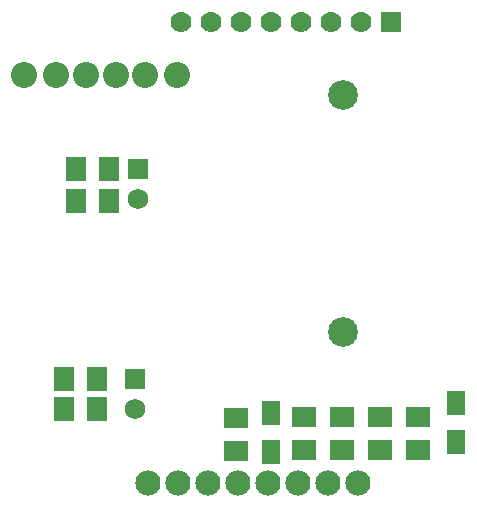
<source format=gbs>
G04 ---------------------------- Layer name :BOTTOM SOLDER LAYER*
G04 EasyEDA v5.5.14, Thu, 21 Jun 2018 15:21:40 GMT*
G04 9a38f802714640338dee6b1ee23c8345*
G04 Gerber Generator version 0.2*
G04 Scale: 100 percent, Rotated: No, Reflected: No *
G04 Dimensions in millimeters *
G04 leading zeros omitted , absolute positions ,3 integer and 3 decimal *
%FSLAX33Y33*%
%MOMM*%
G90*
G71D02*

%ADD36R,1.816100X2.019300*%
%ADD47R,1.727200X1.727200*%
%ADD48C,1.727200*%
%ADD49R,1.778000X1.778000*%
%ADD50C,1.778000*%
%ADD51C,2.133600*%
%ADD52C,2.524760*%
%ADD53C,2.203196*%
%ADD54R,2.004060X1.803400*%
%ADD55R,1.562100X2.019300*%

%LPD*%
G54D47*
G01X15250Y31998D03*
G54D48*
G01X15249Y29459D03*
G54D47*
G01X14950Y14150D03*
G54D48*
G01X14950Y11609D03*
G54D49*
G01X36619Y44399D03*
G54D50*
G01X34079Y44399D03*
G01X31539Y44399D03*
G01X28999Y44399D03*
G01X26459Y44399D03*
G01X23919Y44399D03*
G01X21379Y44399D03*
G01X18839Y44399D03*
G54D51*
G01X16104Y5356D03*
G01X18644Y5356D03*
G01X21184Y5356D03*
G01X23724Y5356D03*
G01X26264Y5356D03*
G01X28804Y5356D03*
G01X31344Y5356D03*
G01X33884Y5356D03*
G54D52*
G01X32599Y18199D03*
G01X32599Y38199D03*
G54D53*
G01X18496Y39947D03*
G01X15859Y39947D03*
G01X13341Y39887D03*
G01X10823Y39887D03*
G01X8246Y39887D03*
G01X5608Y39887D03*
G54D54*
G01X29301Y8205D03*
G01X29301Y10999D03*
G01X23545Y8052D03*
G01X23545Y10846D03*
G01X35699Y10996D03*
G01X35699Y8202D03*
G01X32499Y10997D03*
G01X32499Y8203D03*
G01X38951Y10995D03*
G01X38951Y8201D03*
G54D55*
G01X42175Y12123D03*
G01X42175Y8847D03*
G01X26474Y8025D03*
G01X26474Y11302D03*
G54D36*
G01X9003Y14222D03*
G01X11797Y14222D03*
G01X9003Y11622D03*
G01X11797Y11622D03*
G01X12796Y29277D03*
G01X10002Y29277D03*
G01X12796Y31977D03*
G01X10002Y31977D03*
M00*
M02*

</source>
